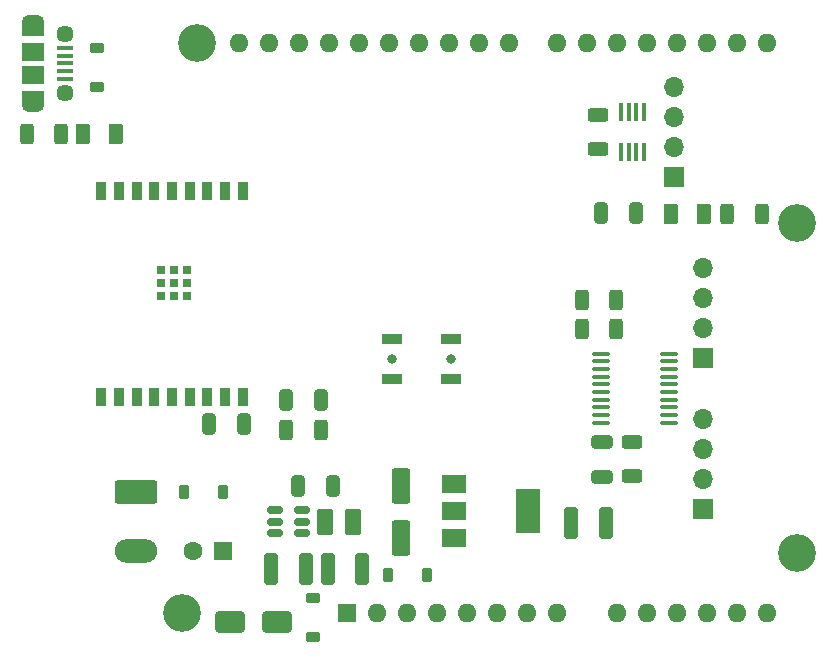
<source format=gbr>
%TF.GenerationSoftware,KiCad,Pcbnew,7.0.6*%
%TF.CreationDate,2024-01-13T17:51:29-05:00*%
%TF.ProjectId,Crystal Shield,43727973-7461-46c2-9053-6869656c642e,rev?*%
%TF.SameCoordinates,PX1312d00PY1312d00*%
%TF.FileFunction,Soldermask,Top*%
%TF.FilePolarity,Negative*%
%FSLAX46Y46*%
G04 Gerber Fmt 4.6, Leading zero omitted, Abs format (unit mm)*
G04 Created by KiCad (PCBNEW 7.0.6) date 2024-01-13 17:51:29*
%MOMM*%
%LPD*%
G01*
G04 APERTURE LIST*
G04 Aperture macros list*
%AMRoundRect*
0 Rectangle with rounded corners*
0 $1 Rounding radius*
0 $2 $3 $4 $5 $6 $7 $8 $9 X,Y pos of 4 corners*
0 Add a 4 corners polygon primitive as box body*
4,1,4,$2,$3,$4,$5,$6,$7,$8,$9,$2,$3,0*
0 Add four circle primitives for the rounded corners*
1,1,$1+$1,$2,$3*
1,1,$1+$1,$4,$5*
1,1,$1+$1,$6,$7*
1,1,$1+$1,$8,$9*
0 Add four rect primitives between the rounded corners*
20,1,$1+$1,$2,$3,$4,$5,0*
20,1,$1+$1,$4,$5,$6,$7,0*
20,1,$1+$1,$6,$7,$8,$9,0*
20,1,$1+$1,$8,$9,$2,$3,0*%
G04 Aperture macros list end*
%ADD10R,0.900000X1.500000*%
%ADD11R,0.800000X0.800000*%
%ADD12R,1.700000X1.700000*%
%ADD13O,1.700000X1.700000*%
%ADD14RoundRect,0.250001X-0.462499X-0.849999X0.462499X-0.849999X0.462499X0.849999X-0.462499X0.849999X0*%
%ADD15RoundRect,0.225000X0.225000X0.375000X-0.225000X0.375000X-0.225000X-0.375000X0.225000X-0.375000X0*%
%ADD16R,1.600000X1.600000*%
%ADD17C,1.600000*%
%ADD18RoundRect,0.250000X0.325000X0.650000X-0.325000X0.650000X-0.325000X-0.650000X0.325000X-0.650000X0*%
%ADD19RoundRect,0.250000X-0.375000X-0.625000X0.375000X-0.625000X0.375000X0.625000X-0.375000X0.625000X0*%
%ADD20R,2.000000X1.500000*%
%ADD21R,2.000000X3.800000*%
%ADD22RoundRect,0.250000X-0.312500X-0.625000X0.312500X-0.625000X0.312500X0.625000X-0.312500X0.625000X0*%
%ADD23RoundRect,0.250000X-0.625000X0.312500X-0.625000X-0.312500X0.625000X-0.312500X0.625000X0.312500X0*%
%ADD24RoundRect,0.250000X0.325000X1.100000X-0.325000X1.100000X-0.325000X-1.100000X0.325000X-1.100000X0*%
%ADD25RoundRect,0.250000X-1.550000X0.750000X-1.550000X-0.750000X1.550000X-0.750000X1.550000X0.750000X0*%
%ADD26O,3.600000X2.000000*%
%ADD27RoundRect,0.250000X-0.325000X-0.650000X0.325000X-0.650000X0.325000X0.650000X-0.325000X0.650000X0*%
%ADD28R,0.300000X1.600000*%
%ADD29RoundRect,0.225000X0.375000X-0.225000X0.375000X0.225000X-0.375000X0.225000X-0.375000X-0.225000X0*%
%ADD30R,1.350000X0.400000*%
%ADD31O,1.900000X1.200000*%
%ADD32R,1.900000X1.200000*%
%ADD33C,1.450000*%
%ADD34R,1.900000X1.500000*%
%ADD35RoundRect,0.250000X0.375000X0.625000X-0.375000X0.625000X-0.375000X-0.625000X0.375000X-0.625000X0*%
%ADD36C,0.800000*%
%ADD37R,1.700000X0.900000*%
%ADD38RoundRect,0.250000X-0.325000X-1.100000X0.325000X-1.100000X0.325000X1.100000X-0.325000X1.100000X0*%
%ADD39RoundRect,0.250000X1.000000X0.650000X-1.000000X0.650000X-1.000000X-0.650000X1.000000X-0.650000X0*%
%ADD40RoundRect,0.250000X0.312500X0.625000X-0.312500X0.625000X-0.312500X-0.625000X0.312500X-0.625000X0*%
%ADD41RoundRect,0.250000X0.550000X-1.250000X0.550000X1.250000X-0.550000X1.250000X-0.550000X-1.250000X0*%
%ADD42RoundRect,0.225000X-0.225000X-0.375000X0.225000X-0.375000X0.225000X0.375000X-0.225000X0.375000X0*%
%ADD43RoundRect,0.100000X-0.637500X-0.100000X0.637500X-0.100000X0.637500X0.100000X-0.637500X0.100000X0*%
%ADD44RoundRect,0.150000X-0.512500X-0.150000X0.512500X-0.150000X0.512500X0.150000X-0.512500X0.150000X0*%
%ADD45RoundRect,0.250000X-0.650000X0.325000X-0.650000X-0.325000X0.650000X-0.325000X0.650000X0.325000X0*%
%ADD46RoundRect,0.250000X0.625000X-0.312500X0.625000X0.312500X-0.625000X0.312500X-0.625000X-0.312500X0*%
%ADD47RoundRect,0.225000X-0.375000X0.225000X-0.375000X-0.225000X0.375000X-0.225000X0.375000X0.225000X0*%
%ADD48C,3.200000*%
%ADD49O,1.600000X1.600000*%
G04 APERTURE END LIST*
D10*
%TO.C,U3*%
X7350000Y-32750000D03*
X8850000Y-32750000D03*
X10350000Y-32750000D03*
X11850000Y-32750000D03*
X13350000Y-32750000D03*
X14850000Y-32750000D03*
X16350000Y-32750000D03*
X17850000Y-32750000D03*
X19350000Y-32750000D03*
X19350000Y-15250000D03*
X17850000Y-15250000D03*
X16350000Y-15250000D03*
X14850000Y-15250000D03*
X13350000Y-15250000D03*
X11850000Y-15250000D03*
X10350000Y-15250000D03*
X8850000Y-15250000D03*
X7350000Y-15250000D03*
D11*
X12450000Y-24140000D03*
X13550000Y-24140000D03*
X14650000Y-24140000D03*
X12450000Y-23090000D03*
X13550000Y-23090000D03*
X14650000Y-23090000D03*
X12450000Y-21940000D03*
X13550000Y-21940000D03*
X14650000Y-21940000D03*
%TD*%
D12*
%TO.C,SPI1*%
X58350000Y-29440000D03*
D13*
X58350000Y-26900000D03*
X58350000Y-24360000D03*
X58350000Y-21820000D03*
%TD*%
D12*
%TO.C,TTY1*%
X55850000Y-14140000D03*
D13*
X55850000Y-11600000D03*
X55850000Y-9060000D03*
X55850000Y-6520000D03*
%TD*%
D12*
%TO.C,PROG1*%
X58350000Y-42240000D03*
D13*
X58350000Y-39700000D03*
X58350000Y-37160000D03*
X58350000Y-34620000D03*
%TD*%
D14*
%TO.C,L1*%
X26337500Y-43290000D03*
X28662500Y-43290000D03*
%TD*%
D15*
%TO.C,D3*%
X17650000Y-40790000D03*
X14350000Y-40790000D03*
%TD*%
D16*
%TO.C,CB1*%
X17632380Y-45790000D03*
D17*
X15132380Y-45790000D03*
%TD*%
D18*
%TO.C,C11*%
X19475000Y-35000000D03*
X16525000Y-35000000D03*
%TD*%
D19*
%TO.C,D2*%
X5850000Y-10490000D03*
X8650000Y-10490000D03*
%TD*%
D20*
%TO.C,U2*%
X37200000Y-40090000D03*
X37200000Y-42390000D03*
D21*
X43500000Y-42390000D03*
D20*
X37200000Y-44690000D03*
%TD*%
D22*
%TO.C,R3*%
X48037500Y-24500000D03*
X50962500Y-24500000D03*
%TD*%
D23*
%TO.C,R6*%
X52300000Y-36527500D03*
X52300000Y-39452500D03*
%TD*%
D24*
%TO.C,C4*%
X29475000Y-47290000D03*
X26525000Y-47290000D03*
%TD*%
D25*
%TO.C,V1*%
X10277500Y-40790000D03*
D26*
X10277500Y-45790000D03*
%TD*%
D27*
%TO.C,C3*%
X24025000Y-40290000D03*
X26975000Y-40290000D03*
%TD*%
D28*
%TO.C,U4*%
X53325000Y-8590000D03*
X52675000Y-8590000D03*
X52025000Y-8590000D03*
X51375000Y-8590000D03*
X51375000Y-11990000D03*
X52025000Y-11990000D03*
X52675000Y-11990000D03*
X53325000Y-11990000D03*
%TD*%
D29*
%TO.C,D6*%
X7000000Y-6500000D03*
X7000000Y-3200000D03*
%TD*%
D30*
%TO.C,J1*%
X4250000Y-3190000D03*
X4250000Y-3840000D03*
X4250000Y-4490000D03*
X4250000Y-5140000D03*
X4250000Y-5790000D03*
D31*
X1550000Y-990000D03*
D32*
X1550000Y-1590000D03*
D33*
X4250000Y-1990000D03*
D34*
X1550000Y-3490000D03*
X1550000Y-5490000D03*
D33*
X4250000Y-6990000D03*
D32*
X1550000Y-7390000D03*
D31*
X1550000Y-7990000D03*
%TD*%
D35*
%TO.C,D9*%
X58400000Y-17250000D03*
X55600000Y-17250000D03*
%TD*%
D36*
%TO.C,BOOT1*%
X37000000Y-29500000D03*
D37*
X37000000Y-31200000D03*
X37000000Y-27800000D03*
%TD*%
D22*
%TO.C,R17*%
X60350000Y-17250000D03*
X63275000Y-17250000D03*
%TD*%
D38*
%TO.C,C5*%
X47175000Y-43390000D03*
X50125000Y-43390000D03*
%TD*%
D36*
%TO.C,RESET1*%
X32000000Y-29500000D03*
D37*
X32000000Y-31200000D03*
X32000000Y-27800000D03*
%TD*%
D39*
%TO.C,D1*%
X22250000Y-51750000D03*
X18250000Y-51750000D03*
%TD*%
D22*
%TO.C,R1*%
X48037500Y-27000000D03*
X50962500Y-27000000D03*
%TD*%
D40*
%TO.C,R2*%
X25962500Y-35500000D03*
X23037500Y-35500000D03*
%TD*%
D27*
%TO.C,C6*%
X49675000Y-17190000D03*
X52625000Y-17190000D03*
%TD*%
D18*
%TO.C,C10*%
X25975000Y-33000000D03*
X23025000Y-33000000D03*
%TD*%
D41*
%TO.C,C2*%
X32750000Y-44690000D03*
X32750000Y-40290000D03*
%TD*%
D42*
%TO.C,D5*%
X31600000Y-47790000D03*
X34900000Y-47790000D03*
%TD*%
D43*
%TO.C,U5*%
X49687500Y-29065000D03*
X49687500Y-29715000D03*
X49687500Y-30365000D03*
X49687500Y-31015000D03*
X49687500Y-31665000D03*
X49687500Y-32315000D03*
X49687500Y-32965000D03*
X49687500Y-33615000D03*
X49687500Y-34265000D03*
X49687500Y-34915000D03*
X55412500Y-34915000D03*
X55412500Y-34265000D03*
X55412500Y-33615000D03*
X55412500Y-32965000D03*
X55412500Y-32315000D03*
X55412500Y-31665000D03*
X55412500Y-31015000D03*
X55412500Y-30365000D03*
X55412500Y-29715000D03*
X55412500Y-29065000D03*
%TD*%
D44*
%TO.C,U1*%
X22112500Y-42340000D03*
X22112500Y-43290000D03*
X22112500Y-44240000D03*
X24387500Y-44240000D03*
X24387500Y-43290000D03*
X24387500Y-42340000D03*
%TD*%
D38*
%TO.C,C1*%
X21775000Y-47290000D03*
X24725000Y-47290000D03*
%TD*%
D45*
%TO.C,C7*%
X49800000Y-36515000D03*
X49800000Y-39465000D03*
%TD*%
D22*
%TO.C,R4*%
X1037500Y-10490000D03*
X3962500Y-10490000D03*
%TD*%
D46*
%TO.C,R5*%
X49450000Y-11752500D03*
X49450000Y-8827500D03*
%TD*%
D47*
%TO.C,D4*%
X25250000Y-49750000D03*
X25250000Y-53050000D03*
%TD*%
D48*
%TO.C,A1*%
X14220000Y-51050000D03*
X15490000Y-2790000D03*
X66290000Y-18030000D03*
X66290000Y-45970000D03*
D16*
X28190000Y-51050000D03*
D49*
X30730000Y-51050000D03*
X33270000Y-51050000D03*
X35810000Y-51050000D03*
X38350000Y-51050000D03*
X40890000Y-51050000D03*
X43430000Y-51050000D03*
X45970000Y-51050000D03*
X51050000Y-51050000D03*
X53590000Y-51050000D03*
X56130000Y-51050000D03*
X58670000Y-51050000D03*
X61210000Y-51050000D03*
X63750000Y-51050000D03*
X63750000Y-2790000D03*
X61210000Y-2790000D03*
X58670000Y-2790000D03*
X56130000Y-2790000D03*
X53590000Y-2790000D03*
X51050000Y-2790000D03*
X48510000Y-2790000D03*
X45970000Y-2790000D03*
X41910000Y-2790000D03*
X39370000Y-2790000D03*
X36830000Y-2790000D03*
X34290000Y-2790000D03*
X31750000Y-2790000D03*
X29210000Y-2790000D03*
X26670000Y-2790000D03*
X24130000Y-2790000D03*
X21590000Y-2790000D03*
X19050000Y-2790000D03*
%TD*%
M02*

</source>
